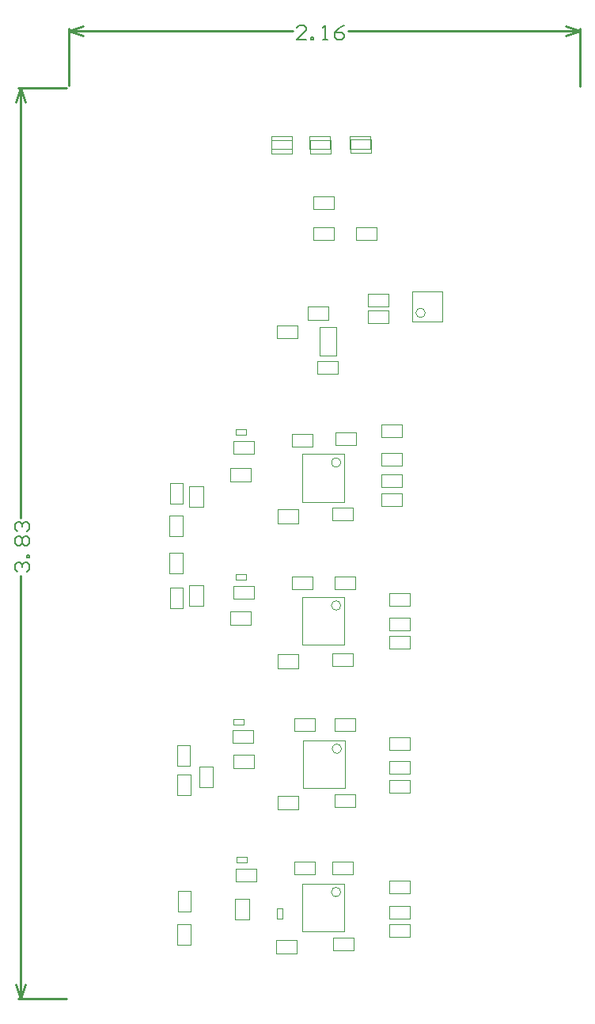
<source format=gbr>
G04 Layer_Color=16711935*
%FSLAX26Y26*%
%MOIN*%
%TF.FileFunction,Other,Mechanical_13*%
%TF.Part,Single*%
G01*
G75*
%TA.AperFunction,NonConductor*%
%ADD37C,0.010000*%
%ADD51C,0.003937*%
%ADD63C,0.006000*%
D37*
X1981000Y1151000D02*
Y1394000D01*
X-174244Y1154000D02*
Y1394000D01*
X1003346Y1384000D02*
X1981000D01*
X-174244D02*
X771410D01*
X1921000Y1404000D02*
X1981000Y1384000D01*
X1921000Y1364000D02*
X1981000Y1384000D01*
X-174244D02*
X-114244Y1364000D01*
X-174244Y1384000D02*
X-114244Y1404000D01*
X-386000Y1144000D02*
X-184244D01*
X-386000Y-2689000D02*
X-184244D01*
X-376000Y-667534D02*
Y1144000D01*
Y-2689000D02*
Y-909466D01*
X-396000Y1084000D02*
X-376000Y1144000D01*
X-356000Y1084000D01*
X-376000Y-2689000D02*
X-356000Y-2629000D01*
X-396000D02*
X-376000Y-2689000D01*
D51*
X972835Y-1035039D02*
G03*
X972835Y-1035039I-19685J0D01*
G01*
X975835Y-1638039D02*
G03*
X975835Y-1638039I-19685J0D01*
G01*
X972835Y-2241039D02*
G03*
X972835Y-2241039I-19685J0D01*
G01*
X1328772Y196441D02*
G03*
X1328772Y196441I-19685J0D01*
G01*
X972835Y-433220D02*
G03*
X972835Y-433220I-19685J0D01*
G01*
X1178692Y-2246552D02*
X1265306D01*
X1178692Y-2193402D02*
X1265306D01*
X1178692Y-2246552D02*
Y-2193402D01*
X1265306Y-2246552D02*
Y-2193402D01*
X521792Y-1006576D02*
Y-953426D01*
X608408Y-1006576D02*
Y-953426D01*
X521792Y-1006576D02*
X608408D01*
X521792Y-953426D02*
X608408D01*
X251456Y-656694D02*
X308544D01*
X251456Y-743308D02*
X308544D01*
X251456D02*
Y-656694D01*
X308544Y-743308D02*
Y-656694D01*
X335256Y-532694D02*
X392344D01*
X335256Y-619308D02*
X392344D01*
X335256D02*
Y-532694D01*
X392344Y-619308D02*
Y-532694D01*
X253426Y-1046920D02*
X306576D01*
X253426Y-960306D02*
X306576D01*
Y-1046920D02*
Y-960306D01*
X253426Y-1046920D02*
Y-960306D01*
X251456Y-899306D02*
X308544D01*
X251456Y-812692D02*
X308544D01*
Y-899306D02*
Y-812692D01*
X251456Y-899306D02*
Y-812692D01*
X335256Y-1038062D02*
X392344D01*
X335256Y-951448D02*
X392344D01*
Y-1038062D02*
Y-951448D01*
X335256Y-1038062D02*
Y-951448D01*
X1086693Y153426D02*
Y206574D01*
X1173307Y153426D02*
Y206574D01*
X1086693Y153426D02*
X1173307D01*
X1086693Y206574D02*
X1173307D01*
X1173307Y223426D02*
Y276574D01*
X1086693Y223426D02*
Y276574D01*
X1173307D01*
X1086693Y223426D02*
X1173307D01*
X531141Y-315820D02*
Y-292198D01*
X574449Y-315820D02*
Y-292198D01*
X531141Y-315820D02*
X574449D01*
X531141Y-292198D02*
X574449D01*
X988582Y-1200394D02*
Y-999606D01*
X811418Y-1200394D02*
Y-999606D01*
X988582D01*
X811418Y-1200394D02*
X988582D01*
X529069Y-925820D02*
Y-902198D01*
X572378Y-925820D02*
Y-902198D01*
X529069Y-925820D02*
X572378D01*
X529069Y-902198D02*
X572378D01*
X768550Y867448D02*
Y924536D01*
X681936Y867448D02*
Y924536D01*
Y867448D02*
X768550D01*
X681936Y924536D02*
X768550D01*
X930786Y867448D02*
Y924536D01*
X844172Y867448D02*
Y924536D01*
Y867448D02*
X930786D01*
X844172Y924536D02*
X930786D01*
X1100786Y869685D02*
Y926773D01*
X1014173Y869685D02*
Y926773D01*
Y869685D02*
X1100786D01*
X1014173Y926773D02*
X1100786D01*
X856692Y633426D02*
X943308D01*
X856692Y686574D02*
X943308D01*
Y633426D02*
Y686574D01*
X856692Y633426D02*
Y686574D01*
X1036692Y556574D02*
X1123306D01*
X1036692Y503424D02*
X1123306D01*
X1036692D02*
Y556574D01*
X1123306Y503424D02*
Y556574D01*
X856692Y503426D02*
X943308D01*
X856692Y556574D02*
X943308D01*
Y503426D02*
Y556574D01*
X856692Y503426D02*
Y556574D01*
X681936Y887426D02*
X768550D01*
X681936Y940574D02*
X768550D01*
X681936Y887426D02*
Y940574D01*
X768550Y887426D02*
Y940574D01*
X841936Y887426D02*
X928550D01*
X841936Y940574D02*
X928550D01*
X841936Y887426D02*
Y940574D01*
X928550Y887426D02*
Y940574D01*
X1011936Y887426D02*
X1098550D01*
X1011936Y940574D02*
X1098550D01*
X1011936Y887426D02*
Y940574D01*
X1098550Y887426D02*
Y940574D01*
X1263306Y-1036574D02*
Y-983426D01*
X1176692Y-1036574D02*
Y-983426D01*
X1263306D01*
X1176692Y-1036574D02*
X1263306D01*
X1145228Y-273426D02*
X1231842D01*
X1145228Y-326576D02*
X1231842D01*
Y-273426D01*
X1145228Y-326576D02*
Y-273426D01*
X853306Y-366574D02*
Y-313426D01*
X766692Y-366574D02*
Y-313426D01*
X853306D01*
X766692Y-366574D02*
X853306D01*
X336574Y-1709308D02*
Y-1622694D01*
X283424Y-1709308D02*
Y-1622694D01*
Y-1709308D02*
X336574D01*
X283424Y-1622694D02*
X336574D01*
X340400Y-1833619D02*
Y-1747005D01*
X283312Y-1833619D02*
Y-1747005D01*
Y-1833619D02*
X340400D01*
X283312Y-1747005D02*
X340400D01*
X433574Y-1799308D02*
Y-1712694D01*
X376488Y-1799308D02*
Y-1712694D01*
Y-1799308D02*
X433574D01*
X376488Y-1712694D02*
X433574D01*
X776692Y-1562574D02*
X863306D01*
X776692Y-1509426D02*
X863306D01*
X776692Y-1562574D02*
Y-1509426D01*
X863306Y-1562574D02*
Y-1509426D01*
X519914Y-1514190D02*
X563220D01*
X519914Y-1537812D02*
X563220D01*
Y-1514190D01*
X519914Y-1537812D02*
Y-1514190D01*
X517984Y-1559426D02*
X604598D01*
X517984Y-1612576D02*
X604598D01*
Y-1559426D01*
X517984Y-1612576D02*
Y-1559426D01*
X519692Y-1719544D02*
X606306D01*
X519692Y-1662456D02*
X606306D01*
X519692Y-1719544D02*
Y-1662456D01*
X606306Y-1719544D02*
Y-1662456D01*
X1178692Y-1742574D02*
X1265306D01*
X1178692Y-1689426D02*
X1265306D01*
X1178692Y-1742574D02*
Y-1689426D01*
X1265306Y-1742574D02*
Y-1689426D01*
X814418Y-1803394D02*
X991582D01*
X814418Y-1602606D02*
X991582D01*
X814418Y-1803394D02*
Y-1602606D01*
X991582Y-1803394D02*
Y-1602606D01*
X946692Y-1882574D02*
X1033306D01*
X946692Y-1829426D02*
X1033306D01*
X946692Y-1882574D02*
Y-1829426D01*
X1033306Y-1882574D02*
Y-1829426D01*
X706692Y-1894544D02*
X793306D01*
X706692Y-1837456D02*
X793306D01*
X706692Y-1894544D02*
Y-1837456D01*
X793306Y-1894544D02*
Y-1837456D01*
X1023306Y-676574D02*
Y-623426D01*
X936692Y-676574D02*
Y-623426D01*
X1023306D01*
X936692Y-676574D02*
X1023306D01*
X1143228Y-616576D02*
Y-563426D01*
X1229842Y-616576D02*
Y-563426D01*
X1143228Y-616576D02*
X1229842D01*
X1143228Y-563426D02*
X1229842D01*
Y-446574D02*
Y-393426D01*
X1143228Y-446574D02*
Y-393426D01*
X1229842D01*
X1143228Y-446574D02*
X1229842D01*
X521792Y-396576D02*
Y-343426D01*
X608408Y-396576D02*
Y-343426D01*
X521792Y-396576D02*
X608408D01*
X521792Y-343426D02*
X608408D01*
X593306Y-512748D02*
Y-455662D01*
X506692Y-512748D02*
Y-455662D01*
X593306D01*
X506692Y-512748D02*
X593306D01*
X793306Y-688544D02*
Y-631456D01*
X706692Y-688544D02*
Y-631456D01*
X793306D01*
X706692Y-688544D02*
X793306D01*
X946692Y-1509426D02*
X1033308D01*
X946692Y-1562576D02*
X1033308D01*
Y-1509426D01*
X946692Y-1562576D02*
Y-1509426D01*
X593306Y-1115748D02*
Y-1058662D01*
X506692Y-1115748D02*
Y-1058662D01*
X593306D01*
X506692Y-1115748D02*
X593306D01*
X1178692Y-1216142D02*
Y-1162992D01*
X1265308Y-1216142D02*
Y-1162992D01*
X1178692Y-1216142D02*
X1265308D01*
X1178692Y-1162992D02*
X1265308D01*
X1229842Y-536370D02*
Y-483220D01*
X1143228Y-536370D02*
Y-483220D01*
X1229842D01*
X1143228Y-536370D02*
X1229842D01*
X1178692Y-1642574D02*
X1265306D01*
X1178692Y-1589426D02*
X1265306D01*
X1178692Y-1642574D02*
Y-1589426D01*
X1265306Y-1642574D02*
Y-1589426D01*
X1024001Y-1290582D02*
Y-1237434D01*
X937387Y-1290582D02*
Y-1237434D01*
X1024001D01*
X937387Y-1290582D02*
X1024001D01*
X946692Y-966576D02*
Y-913426D01*
X1033308Y-966576D02*
Y-913426D01*
X946692Y-966576D02*
X1033308D01*
X946692Y-913426D02*
X1033308D01*
X853306Y-966574D02*
Y-913426D01*
X766692Y-966574D02*
Y-913426D01*
X853306D01*
X766692Y-966574D02*
X853306D01*
X793306Y-1298544D02*
Y-1241456D01*
X706692Y-1298544D02*
Y-1241456D01*
X793306D01*
X706692Y-1298544D02*
X793306D01*
X341606Y-2324748D02*
Y-2238134D01*
X288456Y-2324748D02*
Y-2238134D01*
Y-2324748D02*
X341606D01*
X288456Y-2238134D02*
X341606D01*
X340398Y-2464748D02*
Y-2378134D01*
X283312Y-2464748D02*
Y-2378134D01*
Y-2464748D02*
X340398D01*
X283312Y-2378134D02*
X340398D01*
X585857Y-2358213D02*
Y-2271599D01*
X528771Y-2358213D02*
Y-2271599D01*
Y-2358213D02*
X585857D01*
X528771Y-2271599D02*
X585857D01*
X533378Y-2092150D02*
X576684D01*
X533378Y-2115772D02*
X576684D01*
Y-2092150D01*
X533378Y-2115772D02*
Y-2092150D01*
X811418Y-2406394D02*
X988582D01*
X811418Y-2205606D02*
X988582D01*
X811418Y-2406394D02*
Y-2205606D01*
X988582Y-2406394D02*
Y-2205606D01*
X1178692Y-2377386D02*
X1265308D01*
X1178692Y-2430536D02*
X1265308D01*
Y-2377386D01*
X1178692Y-2430536D02*
Y-2377386D01*
Y-2352574D02*
X1265306D01*
X1178692Y-2299426D02*
X1265306D01*
X1178692Y-2352574D02*
Y-2299426D01*
X1265306Y-2352574D02*
Y-2299426D01*
X950340Y-360584D02*
Y-307434D01*
X1036956Y-360584D02*
Y-307434D01*
X950340Y-360584D02*
X1036956D01*
X950340Y-307434D02*
X1036956D01*
X1178692Y-1769426D02*
X1265308D01*
X1178692Y-1822576D02*
X1265308D01*
Y-1769426D01*
X1178692Y-1822576D02*
Y-1769426D01*
X941724Y-2488016D02*
X1028338D01*
X941724Y-2434866D02*
X1028338D01*
X941724Y-2488016D02*
Y-2434866D01*
X1028338Y-2488016D02*
Y-2434866D01*
X937008Y-2114072D02*
X1023622D01*
X937008Y-2167220D02*
X1023622D01*
Y-2114072D01*
X937008Y-2167220D02*
Y-2114072D01*
X776692Y-2167574D02*
X863306D01*
X776692Y-2114426D02*
X863306D01*
X776692Y-2167574D02*
Y-2114426D01*
X863306Y-2167574D02*
Y-2114426D01*
X531724Y-2144866D02*
X618338D01*
X531724Y-2198016D02*
X618338D01*
Y-2144866D01*
X531724Y-2198016D02*
Y-2144866D01*
X701724Y-2499984D02*
X788338D01*
X701724Y-2442898D02*
X788338D01*
X701724Y-2499984D02*
Y-2442898D01*
X788338Y-2499984D02*
Y-2442898D01*
X1273654Y161008D02*
Y286992D01*
X1399638Y161008D02*
Y286992D01*
X1273654Y161008D02*
X1399638D01*
X1273654Y286992D02*
X1399638D01*
X1265306Y-1139370D02*
Y-1086220D01*
X1178692Y-1139370D02*
Y-1086220D01*
X1265306D01*
X1178692Y-1139370D02*
X1265306D01*
X253424Y-518852D02*
X306574D01*
X253424Y-605466D02*
X306574D01*
X253424D02*
Y-518852D01*
X306574Y-605466D02*
Y-518852D01*
X988582Y-598574D02*
Y-397788D01*
X811418Y-598574D02*
Y-397788D01*
X988582D01*
X811418Y-598574D02*
X988582D01*
X704173Y89417D02*
X790787D01*
X704173Y142567D02*
X790787D01*
X704173Y89417D02*
Y142567D01*
X790787Y89417D02*
Y142567D01*
X874173Y-7433D02*
X960788D01*
X874173Y-60583D02*
X960788D01*
Y-7433D01*
X874173Y-60583D02*
Y-7433D01*
X884528Y135047D02*
X953425D01*
X884528Y16937D02*
X953425D01*
Y135047D01*
X884528Y16937D02*
Y135047D01*
X834173Y167449D02*
X920787D01*
X834173Y224536D02*
X920787D01*
X834173Y167449D02*
Y224536D01*
X920787Y167449D02*
Y224536D01*
X726377Y-2351653D02*
Y-2308346D01*
X702755Y-2351653D02*
Y-2308346D01*
Y-2351653D02*
X726377D01*
X702755Y-2308346D02*
X726377D01*
D63*
X827397Y1348010D02*
X787410D01*
X827397Y1387997D01*
Y1397994D01*
X817401Y1407990D01*
X797407D01*
X787410Y1397994D01*
X847391Y1348010D02*
Y1358006D01*
X857388D01*
Y1348010D01*
X847391D01*
X897375D02*
X917368D01*
X907371D01*
Y1407990D01*
X897375Y1397994D01*
X987346Y1407990D02*
X967352Y1397994D01*
X947359Y1378000D01*
Y1358006D01*
X957355Y1348010D01*
X977349D01*
X987346Y1358006D01*
Y1368003D01*
X977349Y1378000D01*
X947359D01*
X-389993Y-893466D02*
X-399990Y-883469D01*
Y-863476D01*
X-389993Y-853479D01*
X-379997D01*
X-370000Y-863476D01*
Y-873473D01*
Y-863476D01*
X-360003Y-853479D01*
X-350007D01*
X-340010Y-863476D01*
Y-883469D01*
X-350007Y-893466D01*
X-340010Y-833486D02*
X-350007D01*
Y-823489D01*
X-340010D01*
Y-833486D01*
X-389993Y-783502D02*
X-399990Y-773505D01*
Y-753511D01*
X-389993Y-743515D01*
X-379997D01*
X-370000Y-753511D01*
X-360003Y-743515D01*
X-350007D01*
X-340010Y-753511D01*
Y-773505D01*
X-350007Y-783502D01*
X-360003D01*
X-370000Y-773505D01*
X-379997Y-783502D01*
X-389993D01*
X-370000Y-773505D02*
Y-753511D01*
X-389993Y-723521D02*
X-399990Y-713524D01*
Y-693531D01*
X-389993Y-683534D01*
X-379997D01*
X-370000Y-693531D01*
Y-703528D01*
Y-693531D01*
X-360003Y-683534D01*
X-350007D01*
X-340010Y-693531D01*
Y-713524D01*
X-350007Y-723521D01*
%TF.MD5,d4a96ebcc36ad70f4c9cf4e0d1db71ae*%
M02*

</source>
